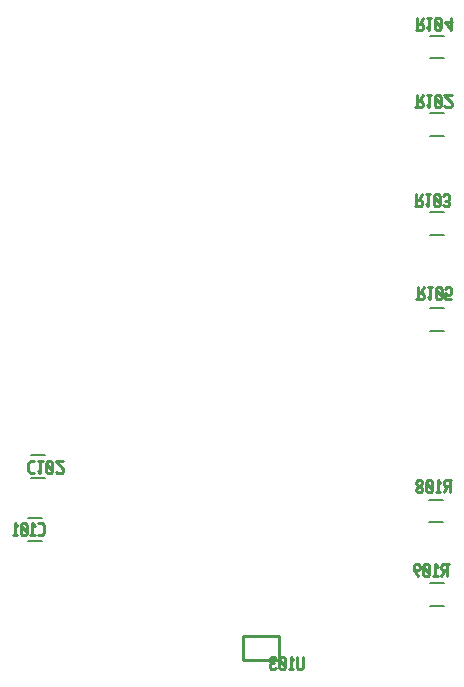
<source format=gbr>
G04 start of page 8 for group -4078 idx -4078 *
G04 Title: (unknown), bottomsilk *
G04 Creator: pcb 20110918 *
G04 CreationDate: Mon 05 May 2014 07:23:22 AM GMT UTC *
G04 For: john *
G04 Format: Gerber/RS-274X *
G04 PCB-Dimensions: 295500 350000 *
G04 PCB-Coordinate-Origin: lower left *
%MOIN*%
%FSLAX25Y25*%
%LNBOTTOMSILK*%
%ADD77C,0.0100*%
%ADD76C,0.0080*%
G54D76*X120733Y81260D02*X125457D01*
X120733Y88740D02*X125457D01*
X119733Y67740D02*X124457D01*
X119733Y60260D02*X124457D01*
G54D77*X191500Y20500D02*X203400D01*
X191500Y28500D02*Y20500D01*
Y28500D02*X203400D01*
Y20500D01*
G54D76*X253638Y137740D02*X258362D01*
X253638Y130260D02*X258362D01*
X253836Y46073D02*X258560D01*
X253836Y38593D02*X258560D01*
X253375Y73904D02*X258099D01*
X253375Y66424D02*X258099D01*
X253638Y169740D02*X258362D01*
X253638Y162260D02*X258362D01*
X253733Y202740D02*X258457D01*
X253733Y195260D02*X258457D01*
X253838Y228540D02*X258562D01*
X253838Y221060D02*X258562D01*
G54D77*X120645Y86850D02*X121945D01*
X119945Y86150D02*X120645Y86850D01*
X119945Y83550D02*Y86150D01*
Y83550D02*X120645Y82850D01*
X121945D01*
X123145Y83650D02*X123945Y82850D01*
Y86850D01*
X123145D02*X124645D01*
X125845Y86350D02*X126345Y86850D01*
X125845Y83350D02*Y86350D01*
Y83350D02*X126345Y82850D01*
X127345D01*
X127845Y83350D01*
Y86350D01*
X127345Y86850D02*X127845Y86350D01*
X126345Y86850D02*X127345D01*
X125845Y85850D02*X127845Y83850D01*
X129045Y83350D02*X129545Y82850D01*
X131045D01*
X131545Y83350D01*
Y84350D01*
X129045Y86850D02*X131545Y84350D01*
X129045Y86850D02*X131545D01*
X123245Y62150D02*X124545D01*
X125245Y62850D02*X124545Y62150D01*
X125245Y62850D02*Y65450D01*
X124545Y66150D01*
X123245D02*X124545D01*
X122045Y65350D02*X121245Y66150D01*
Y62150D02*Y66150D01*
X120545Y62150D02*X122045D01*
X119345Y62650D02*X118845Y62150D01*
X119345Y62650D02*Y65650D01*
X118845Y66150D01*
X117845D02*X118845D01*
X117845D02*X117345Y65650D01*
Y62650D02*Y65650D01*
X117845Y62150D02*X117345Y62650D01*
X117845Y62150D02*X118845D01*
X119345Y63150D02*X117345Y65150D01*
X116145Y65350D02*X115345Y66150D01*
Y62150D02*Y66150D01*
X114645Y62150D02*X116145D01*
X248945Y204850D02*X250945D01*
X251445Y205350D01*
Y206350D01*
X250945Y206850D02*X251445Y206350D01*
X249445Y206850D02*X250945D01*
X249445Y204850D02*Y208850D01*
X250245Y206850D02*X251445Y208850D01*
X252645Y205650D02*X253445Y204850D01*
Y208850D01*
X252645D02*X254145D01*
X255345Y208350D02*X255845Y208850D01*
X255345Y205350D02*Y208350D01*
Y205350D02*X255845Y204850D01*
X256845D01*
X257345Y205350D01*
Y208350D01*
X256845Y208850D02*X257345Y208350D01*
X255845Y208850D02*X256845D01*
X255345Y207850D02*X257345Y205850D01*
X258545Y205350D02*X259045Y204850D01*
X260545D01*
X261045Y205350D01*
Y206350D01*
X258545Y208850D02*X261045Y206350D01*
X258545Y208850D02*X261045D01*
X248660Y171850D02*X250660D01*
X251160Y172350D01*
Y173350D01*
X250660Y173850D02*X251160Y173350D01*
X249160Y173850D02*X250660D01*
X249160Y171850D02*Y175850D01*
X249960Y173850D02*X251160Y175850D01*
X252360Y172650D02*X253160Y171850D01*
Y175850D01*
X252360D02*X253860D01*
X255060Y175350D02*X255560Y175850D01*
X255060Y172350D02*Y175350D01*
Y172350D02*X255560Y171850D01*
X256560D01*
X257060Y172350D01*
Y175350D01*
X256560Y175850D02*X257060Y175350D01*
X255560Y175850D02*X256560D01*
X255060Y174850D02*X257060Y172850D01*
X258260Y172350D02*X258760Y171850D01*
X259760D01*
X260260Y172350D01*
X259760Y175850D02*X260260Y175350D01*
X258760Y175850D02*X259760D01*
X258260Y175350D02*X258760Y175850D01*
Y173650D02*X259760D01*
X260260Y172350D02*Y173150D01*
Y174150D02*Y175350D01*
Y174150D02*X259760Y173650D01*
X260260Y173150D02*X259760Y173650D01*
X249280Y140850D02*X251280D01*
X251780Y141350D01*
Y142350D01*
X251280Y142850D02*X251780Y142350D01*
X249780Y142850D02*X251280D01*
X249780Y140850D02*Y144850D01*
X250580Y142850D02*X251780Y144850D01*
X252980Y141650D02*X253780Y140850D01*
Y144850D01*
X252980D02*X254480D01*
X255680Y144350D02*X256180Y144850D01*
X255680Y141350D02*Y144350D01*
Y141350D02*X256180Y140850D01*
X257180D01*
X257680Y141350D01*
Y144350D01*
X257180Y144850D02*X257680Y144350D01*
X256180Y144850D02*X257180D01*
X255680Y143850D02*X257680Y141850D01*
X258880Y140850D02*X260880D01*
X258880D02*Y142850D01*
X259380Y142350D01*
X260380D01*
X260880Y142850D01*
Y144350D01*
X260380Y144850D02*X260880Y144350D01*
X259380Y144850D02*X260380D01*
X258880Y144350D02*X259380Y144850D01*
X211400Y18000D02*Y21500D01*
Y18000D02*X210900Y17500D01*
X209900D02*X210900D01*
X209900D02*X209400Y18000D01*
Y21500D01*
X208200Y20700D02*X207400Y21500D01*
Y17500D02*Y21500D01*
X206700Y17500D02*X208200D01*
X205500Y18000D02*X205000Y17500D01*
X205500Y18000D02*Y21000D01*
X205000Y21500D01*
X204000D02*X205000D01*
X204000D02*X203500Y21000D01*
Y18000D02*Y21000D01*
X204000Y17500D02*X203500Y18000D01*
X204000Y17500D02*X205000D01*
X205500Y18500D02*X203500Y20500D01*
X202300Y21000D02*X201800Y21500D01*
X200800D02*X201800D01*
X200800D02*X200300Y21000D01*
X200800Y17500D02*X200300Y18000D01*
X200800Y17500D02*X201800D01*
X202300Y18000D02*X201800Y17500D01*
X200800Y19700D02*X201800D01*
X200300Y20200D02*Y21000D01*
Y18000D02*Y19200D01*
X200800Y19700D01*
X200300Y20200D02*X200800Y19700D01*
X258007Y52390D02*X260007D01*
X258007D02*X257507Y51890D01*
Y50890D02*Y51890D01*
X258007Y50390D02*X257507Y50890D01*
X258007Y50390D02*X259507D01*
Y48390D02*Y52390D01*
X258707Y50390D02*X257507Y48390D01*
X256307Y51590D02*X255507Y52390D01*
Y48390D02*Y52390D01*
X254807Y48390D02*X256307D01*
X253607Y48890D02*X253107Y48390D01*
X253607Y48890D02*Y51890D01*
X253107Y52390D01*
X252107D02*X253107D01*
X252107D02*X251607Y51890D01*
Y48890D02*Y51890D01*
X252107Y48390D02*X251607Y48890D01*
X252107Y48390D02*X253107D01*
X253607Y49390D02*X251607Y51390D01*
X249907Y48390D02*X248407Y50390D01*
Y51890D01*
X248907Y52390D02*X248407Y51890D01*
X248907Y52390D02*X249907D01*
X250407Y51890D02*X249907Y52390D01*
X250407Y50890D02*Y51890D01*
Y50890D02*X249907Y50390D01*
X248407D02*X249907D01*
X258864Y80385D02*X260864D01*
X258864D02*X258364Y79885D01*
Y78885D02*Y79885D01*
X258864Y78385D02*X258364Y78885D01*
X258864Y78385D02*X260364D01*
Y76385D02*Y80385D01*
X259564Y78385D02*X258364Y76385D01*
X257164Y79585D02*X256364Y80385D01*
Y76385D02*Y80385D01*
X255664Y76385D02*X257164D01*
X254464Y76885D02*X253964Y76385D01*
X254464Y76885D02*Y79885D01*
X253964Y80385D01*
X252964D02*X253964D01*
X252964D02*X252464Y79885D01*
Y76885D02*Y79885D01*
X252964Y76385D02*X252464Y76885D01*
X252964Y76385D02*X253964D01*
X254464Y77385D02*X252464Y79385D01*
X251264Y76885D02*X250764Y76385D01*
X251264Y76885D02*Y77685D01*
X250564Y78385D01*
X249964D02*X250564D01*
X249964D02*X249264Y77685D01*
Y76885D02*Y77685D01*
X249764Y76385D02*X249264Y76885D01*
X249764Y76385D02*X250764D01*
X251264Y79085D02*X250564Y78385D01*
X251264Y79085D02*Y79885D01*
X250764Y80385D01*
X249764D02*X250764D01*
X249764D02*X249264Y79885D01*
Y79085D02*Y79885D01*
X249964Y78385D02*X249264Y79085D01*
X249050Y230650D02*X251050D01*
X251550Y231150D01*
Y232150D01*
X251050Y232650D02*X251550Y232150D01*
X249550Y232650D02*X251050D01*
X249550Y230650D02*Y234650D01*
X250350Y232650D02*X251550Y234650D01*
X252750Y231450D02*X253550Y230650D01*
Y234650D01*
X252750D02*X254250D01*
X255450Y234150D02*X255950Y234650D01*
X255450Y231150D02*Y234150D01*
Y231150D02*X255950Y230650D01*
X256950D01*
X257450Y231150D01*
Y234150D01*
X256950Y234650D02*X257450Y234150D01*
X255950Y234650D02*X256950D01*
X255450Y233650D02*X257450Y231650D01*
X258650Y233150D02*X260650Y230650D01*
X258650Y233150D02*X261150D01*
X260650Y230650D02*Y234650D01*
M02*

</source>
